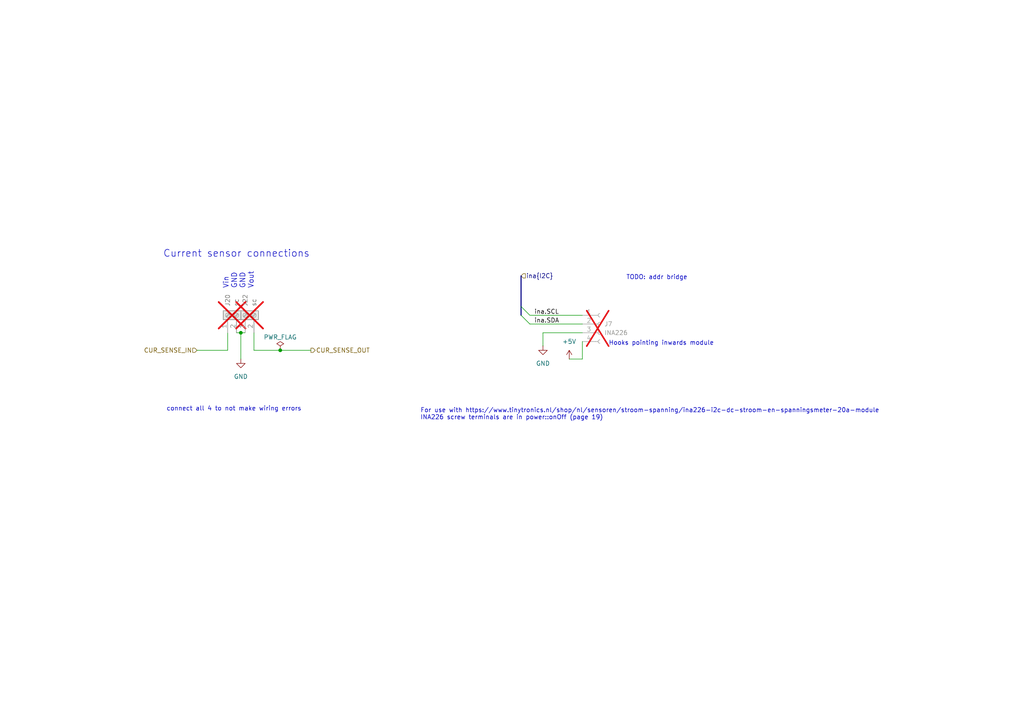
<source format=kicad_sch>
(kicad_sch (version 20231120) (generator "eeschema") (generator_version "8.0")
  (paper "A4")
  (title_block (title "${PROJECTNAME}") (rev "${VERSION}"))
  (lib_symbols
    (symbol "Connector:Conn_01x04_Socket" (pin_names (offset 1.016) hide)
      (property "Reference" "J" (at 0 5.08 0))
      (property "Value" "Conn_01x04_Socket" (at 0 -7.62 0))
      (symbol "Conn_01x04_Socket_1_1"
        (arc (start 0 -4.572) (mid -0.5058 -5.08) (end 0 -5.588) (stroke (width 0.1524)))
        (arc (start 0 -2.032) (mid -0.5058 -2.54) (end 0 -3.048) (stroke (width 0.1524)))
        (polyline (pts (xy -1.27 -5.08) (xy -0.508 -5.08)) (stroke (width 0.1524)))
        (polyline (pts (xy -1.27 -2.54) (xy -0.508 -2.54)) (stroke (width 0.1524)))
        (polyline (pts (xy -1.27 0) (xy -0.508 0)) (stroke (width 0.1524)))
        (polyline (pts (xy -1.27 2.54) (xy -0.508 2.54)) (stroke (width 0.1524)))
        (arc (start 0 0.508) (mid -0.5058 0) (end 0 -0.508) (stroke (width 0.1524)))
        (arc (start 0 3.048) (mid -0.5058 2.54) (end 0 2.032) (stroke (width 0.1524)))
        (pin passive line (at -5.08 2.54 0) (length 3.81) (name "Pin_1") (number "1"))
        (pin passive line (at -5.08 0 0) (length 3.81) (name "Pin_2") (number "2"))
        (pin passive line (at -5.08 -2.54 0) (length 3.81) (name "Pin_3") (number "3"))
        (pin passive line (at -5.08 -5.08 0) (length 3.81) (name "Pin_4") (number "4"))
      )
    )
    (symbol "Connector:Screw_Terminal_01x02" (pin_names (offset 1.016) hide)
      (property "Reference" "J" (at 0 2.54 0))
      (property "Value" "Screw_Terminal_01x02" (at 0 -5.08 0))
      (symbol "Screw_Terminal_01x02_1_1"
        (rectangle (start -1.27 1.27) (end 1.27 -3.81) (stroke (width 0.254)) (fill (type background)))
        (circle (center 0 -2.54) (radius 0.635) (stroke (width 0.1524)))
        (polyline (pts (xy -0.5334 -2.2098) (xy 0.3302 -3.048)) (stroke (width 0.1524)))
        (polyline (pts (xy -0.5334 0.3302) (xy 0.3302 -0.508)) (stroke (width 0.1524)))
        (polyline (pts (xy -0.3556 -2.032) (xy 0.508 -2.8702)) (stroke (width 0.1524)))
        (polyline (pts (xy -0.3556 0.508) (xy 0.508 -0.3302)) (stroke (width 0.1524)))
        (circle (center 0 0) (radius 0.635) (stroke (width 0.1524)))
        (pin passive line (at -5.08 0 0) (length 3.81) (name "Pin_1") (number "1"))
        (pin passive line (at -5.08 -2.54 0) (length 3.81) (name "Pin_2") (number "2"))
      )
    )
    (symbol "power:+5V" (power) (pin_numbers hide) (pin_names (offset 0) hide)
      (property "Value" "+5V" (at 0 3.556 0))
      (symbol "+5V_0_1"
        (polyline (pts (xy -0.762 1.27) (xy 0 2.54)))
        (polyline (pts (xy 0 0) (xy 0 2.54)))
        (polyline (pts (xy 0 2.54) (xy 0.762 1.27)))
      )
      (symbol "+5V_1_1"
        (pin power_in line (at 0 0 90) (length 0) (name "~") (number "1"))
      )
    )
    (symbol "power:GND" (power) (pin_numbers hide) (pin_names (offset 0) hide)
      (property "Value" "GND" (at 0 -3.81 0))
      (symbol "GND_0_1"
        (polyline (pts (xy 0 0) (xy 0 -1.27) (xy 1.27 -1.27) (xy 0 -2.54) (xy -1.27 -1.27) (xy 0 -1.27)))
      )
      (symbol "GND_1_1"
        (pin power_in line (at 0 0 270) (length 0) (name "~") (number "1"))
      )
    )
    (symbol "power:PWR_FLAG" (power) (pin_numbers hide) (pin_names (offset 0) hide)
      (property "Value" "PWR_FLAG" (at 0 3.81 0))
      (symbol "PWR_FLAG_0_0"
        (pin power_out line (at 0 0 90) (length 0) (name "~") (number "1"))
      )
      (symbol "PWR_FLAG_0_1"
        (polyline (pts (xy 0 0) (xy 0 1.27) (xy -1.016 1.905) (xy 0 2.54) (xy 1.016 1.905) (xy 0 1.27)))
      )
    )
  )
  (junction (at 81.28 101.6))
  (junction (at 69.85 96.52))
  (bus_entry (at 151.13 88.9) (size 2.54 2.54))
  (bus_entry (at 151.13 91.44) (size 2.54 2.54))
  (wire (pts (xy 69.85 96.52) (xy 71.12 96.52)))
  (wire (pts (xy 69.85 96.52) (xy 68.58 96.52)))
  (wire (pts (xy 57.15 101.6) (xy 66.04 101.6)))
  (bus (pts (xy 151.13 80.01) (xy 151.13 88.9)))
  (wire (pts (xy 73.66 101.6) (xy 73.66 96.52)))
  (wire (pts (xy 66.04 101.6) (xy 66.04 96.52)))
  (wire (pts (xy 157.48 100.33) (xy 157.48 96.52)))
  (wire (pts (xy 69.85 104.14) (xy 69.85 96.52)))
  (wire (pts (xy 81.28 101.6) (xy 73.66 101.6)))
  (wire (pts (xy 153.67 91.44) (xy 168.91 91.44)))
  (wire (pts (xy 90.17 101.6) (xy 81.28 101.6)))
  (wire (pts (xy 153.67 93.98) (xy 168.91 93.98)))
  (wire (pts (xy 165.1 104.14) (xy 168.91 104.14)))
  (wire (pts (xy 157.48 96.52) (xy 168.91 96.52)))
  (bus (pts (xy 151.13 88.9) (xy 151.13 91.44)))
  (wire (pts (xy 168.91 104.14) (xy 168.91 99.06)))
  (text "TODO: addr bridge" (at 181.61 81.28 0) (effects (font (size 1.27 1.27)) (justify left bottom)))
  (text "connect all 4 to not make wiring errors" (at 48.26 119.38 0) (effects (font (size 1.27 1.27)) (justify left bottom)))
  (text "Hooks pointing inwards module\n" (at 176.53 100.33 0) (effects (font (size 1.27 1.27)) (justify left bottom)))
  (text "Current sensor connections" (at 68.58 73.66 0) (effects (font (size 2.032 2.032))))
  (text "For use with https://www.tinytronics.nl/shop/nl/sensoren/stroom-spanning/ina226-i2c-dc-stroom-en-spanningsmeter-20a-module\nINA226 screw terminals are in power::onOff (page 19)\n" (at 121.92 121.92 0) (effects (font (size 1.27 1.27)) (justify left bottom)))
  (text "Vin\nGND\nGND\nVout" (at 73.66 83.82 90) (effects (font (size 1.5 1.5)) (justify left bottom)))
  (label "ina.SDA" (at 154.94 93.98 0))
  (label "ina.SCL" (at 154.94 91.44 0))
  (hierarchical_label "ina{I2C}" (shape input) (at 151.13 80.01 0))
  (hierarchical_label "CUR_SENSE_OUT" (shape output) (at 90.17 101.6 0))
  (hierarchical_label "CUR_SENSE_IN" (shape input) (at 57.15 101.6 180))
  (symbol (lib_id "power:PWR_FLAG") (at 81.28 101.6 0) (unit 1)
    (property "Reference" "#FLG01" (effects (hide yes)))
    (property "Value" "PWR_FLAG" (at 81.28 97.79 0))
    (property "Description" "Special symbol for telling ERC where power comes from" (effects (hide yes)))
  )
  (symbol (lib_id "power:GND") (at 69.85 104.14 0) (unit 1)
    (property "Reference" "#PWR017" (effects (hide yes)))
    (property "Value" "GND" (at 69.85 109.22 0))
    (property "Description" "Power symbol creates a global label with name \"GND\" , ground" (effects (hide yes)))
  )
  (symbol (lib_id "power:GND") (at 157.48 100.33 0) (unit 1)
    (property "Reference" "#PWR018" (effects (hide yes)))
    (property "Value" "GND" (at 157.48 105.41 0))
    (property "Description" "Power symbol creates a global label with name \"GND\" , ground" (effects (hide yes)))
  )
  (symbol (lib_id "Connector:Screw_Terminal_01x02") (at 66.04 91.44 90) (unit 1) (in_bom no) (on_board no) (dnp yes)
    (property "Reference" "J20" (at 66.04 88.9 0) (effects (justify left)))
    (property "Value" "sc" (at 68.58 88.9 0) (effects (justify left)))
    (property "Footprint" "easyeda:CONN-TH_XY126V-5.0-2P" (effects (hide yes)))
    (property "LCSC" "C557646" (effects (hide yes)))
  )
  (symbol (lib_id "Connector:Conn_01x04_Socket") (at 173.99 93.98 0) (unit 1) (in_bom no) (on_board no) (dnp yes)
    (property "Reference" "J7" (at 175.26 93.98 0) (effects (justify left)))
    (property "Value" "INA226" (at 175.26 96.52 0) (effects (justify left)))
    (property "Footprint" "Connector_JST:JST_XH_B4B-XH-A_1x04_P2.50mm_Vertical" (effects (hide yes)))
    (property "LCSC" "C144395" (effects (hide yes)))
  )
  (symbol (lib_id "power:+5V") (at 165.1 104.14 0) (unit 1)
    (property "Reference" "#PWR075" (effects (hide yes)))
    (property "Value" "+5V" (at 165.1 99.06 0))
    (property "Description" "Power symbol creates a global label with name \"+5V\"" (effects (hide yes)))
  )
  (symbol (lib_id "Connector:Screw_Terminal_01x02") (at 71.12 91.44 90) (unit 1) (in_bom no) (on_board no) (dnp yes)
    (property "Reference" "J22" (at 71.12 88.9 0) (effects (justify left)))
    (property "Value" "sc" (at 73.66 88.9 0) (effects (justify left)))
    (property "Footprint" "easyeda:CONN-TH_XY126V-5.0-2P" (effects (hide yes)))
    (property "LCSC" "C557646" (effects (hide yes)))
  )
)
</source>
